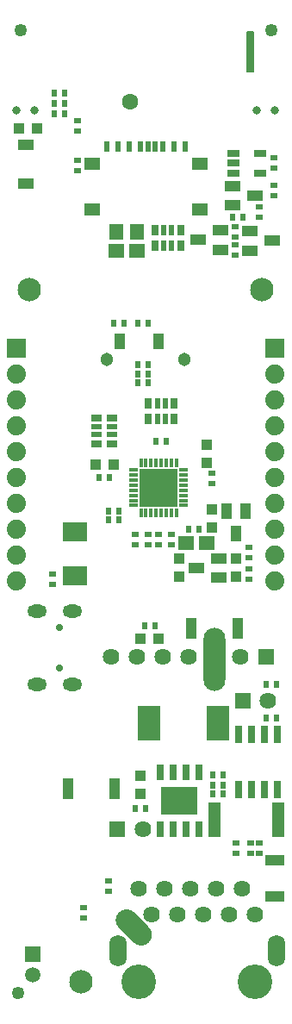
<source format=gbr>
G04 #@! TF.GenerationSoftware,KiCad,Pcbnew,5.1.6-c6e7f7d~87~ubuntu18.04.1*
G04 #@! TF.CreationDate,2022-10-10T13:55:49+03:00*
G04 #@! TF.ProjectId,ESP32-PoE-ISO_Rev_L,45535033-322d-4506-9f45-2d49534f5f52,L*
G04 #@! TF.SameCoordinates,Original*
G04 #@! TF.FileFunction,Soldermask,Bot*
G04 #@! TF.FilePolarity,Negative*
%FSLAX46Y46*%
G04 Gerber Fmt 4.6, Leading zero omitted, Abs format (unit mm)*
G04 Created by KiCad (PCBNEW 5.1.6-c6e7f7d~87~ubuntu18.04.1) date 2022-10-10 13:55:49*
%MOMM*%
%LPD*%
G01*
G04 APERTURE LIST*
%ADD10R,0.701600X1.701600*%
%ADD11R,1.501600X1.101600*%
%ADD12C,0.801600*%
%ADD13R,1.117600X1.117600*%
%ADD14R,1.117600X2.133600*%
%ADD15C,1.625600*%
%ADD16R,1.625600X1.625600*%
%ADD17R,2.301600X3.501600*%
%ADD18R,0.651600X0.601600*%
%ADD19R,0.601600X0.651600*%
%ADD20R,1.371600X1.625600*%
%ADD21C,1.254000*%
%ADD22C,1.879600*%
%ADD23R,1.879600X1.879600*%
%ADD24R,1.625600X1.371600*%
%ADD25R,1.879600X1.117600*%
%ADD26R,0.601600X1.101600*%
%ADD27R,1.601600X1.301600*%
%ADD28R,0.482600X1.117600*%
%ADD29R,0.736600X1.117600*%
%ADD30R,1.101600X1.501600*%
%ADD31R,3.701600X3.701600*%
%ADD32R,0.501600X0.501600*%
%ADD33R,1.524000X1.524000*%
%ADD34R,0.351600X0.901600*%
%ADD35R,0.901600X0.351600*%
%ADD36O,2.133600X6.197600*%
%ADD37C,1.301600*%
%ADD38R,1.117600X0.482600*%
%ADD39R,1.117600X0.736600*%
%ADD40C,0.701600*%
%ADD41O,1.901600X1.301600*%
%ADD42R,2.387600X1.879600*%
%ADD43C,3.401601*%
%ADD44O,1.701600X3.101599*%
%ADD45R,3.601600X2.701600*%
%ADD46R,0.701600X1.501600*%
%ADD47C,1.901600*%
%ADD48R,1.301600X3.501601*%
%ADD49C,1.601600*%
%ADD50R,1.301600X0.651600*%
%ADD51C,2.301600*%
%ADD52R,1.501600X1.501600*%
%ADD53C,1.501600*%
%ADD54C,0.203200*%
G04 APERTURE END LIST*
D10*
X117094000Y-166530000D03*
X115824000Y-166530000D03*
X114554000Y-166530000D03*
X113284000Y-166530000D03*
X113284000Y-161130000D03*
X114554000Y-161130000D03*
X115824000Y-161130000D03*
X117094000Y-161130000D03*
D11*
X92329000Y-103256000D03*
X92329000Y-107056000D03*
D12*
X115059000Y-99822000D03*
X116859000Y-99822000D03*
X91421000Y-99822000D03*
X93221000Y-99822000D03*
D13*
X91694000Y-101600000D03*
X93472000Y-101600000D03*
D14*
X101092000Y-166497000D03*
X96520000Y-166497000D03*
X113157000Y-150749000D03*
X108585000Y-150749000D03*
D15*
X113411000Y-153543000D03*
D16*
X115951000Y-153543000D03*
D15*
X108331000Y-153543000D03*
X105791000Y-153543000D03*
X100711000Y-153543000D03*
X103251000Y-153543000D03*
D17*
X104423000Y-160020000D03*
X111223000Y-160020000D03*
D15*
X103866000Y-170434000D03*
D16*
X101366000Y-170434000D03*
D18*
X94996000Y-145415000D03*
X94996000Y-146431000D03*
G36*
G01*
X102935679Y-181571462D02*
X101498838Y-180134622D01*
G75*
G02*
X101498838Y-178625938I754342J754342D01*
G01*
X101498838Y-178625938D01*
G75*
G02*
X103007522Y-178625938I754342J-754342D01*
G01*
X104444362Y-180062778D01*
G75*
G02*
X104444362Y-181571462I-754342J-754342D01*
G01*
X104444362Y-181571462D01*
G75*
G02*
X102935678Y-181571462I-754342J754342D01*
G01*
G37*
D19*
X95123000Y-99187000D03*
X96139000Y-99187000D03*
X95123000Y-98171000D03*
X96139000Y-98171000D03*
X96139000Y-100203000D03*
X95123000Y-100203000D03*
D13*
X105410000Y-151765000D03*
X103632000Y-151765000D03*
D18*
X114300000Y-142748000D03*
X114300000Y-143764000D03*
D13*
X113030000Y-143891000D03*
X113030000Y-145669000D03*
D20*
X103251000Y-111760000D03*
X101219000Y-111760000D03*
D21*
X91567000Y-186563000D03*
X116459000Y-92000000D03*
X91821000Y-92000000D03*
D19*
X106172000Y-132334000D03*
X105156000Y-132334000D03*
X99568000Y-135890000D03*
X100584000Y-135890000D03*
X101473000Y-139192000D03*
X100457000Y-139192000D03*
X109347000Y-140970000D03*
X108331000Y-140970000D03*
X113665000Y-110363000D03*
X112649000Y-110363000D03*
D18*
X97409000Y-105791000D03*
X97409000Y-104775000D03*
D19*
X104394000Y-126619000D03*
X103378000Y-126619000D03*
X104394000Y-124841000D03*
X103378000Y-124841000D03*
X104394000Y-120777000D03*
X103378000Y-120777000D03*
X104394000Y-125730000D03*
X103378000Y-125730000D03*
X100457000Y-140081000D03*
X101473000Y-140081000D03*
D18*
X110617000Y-136525000D03*
X110617000Y-135509000D03*
X105410000Y-141478000D03*
X105410000Y-142494000D03*
X106680000Y-142494000D03*
X106680000Y-141478000D03*
X103124000Y-142494000D03*
X103124000Y-141478000D03*
X104394000Y-142494000D03*
X104394000Y-141478000D03*
X114300000Y-145923000D03*
X114300000Y-144907000D03*
D19*
X105029000Y-150495000D03*
X104013000Y-150495000D03*
D18*
X115316000Y-109347000D03*
X115316000Y-110363000D03*
D11*
X111343440Y-143830040D03*
X111343440Y-145732500D03*
X109133640Y-144777460D03*
D22*
X116840000Y-146080000D03*
X116840000Y-143540000D03*
X116840000Y-138460000D03*
X116840000Y-141000000D03*
X116840000Y-135920000D03*
X116840000Y-133380000D03*
D23*
X116840000Y-123220000D03*
D22*
X116840000Y-125760000D03*
X116840000Y-128300000D03*
X116840000Y-130840000D03*
X91440000Y-130840000D03*
X91440000Y-128300000D03*
X91440000Y-125760000D03*
D23*
X91440000Y-123220000D03*
D22*
X91440000Y-133380000D03*
X91440000Y-135920000D03*
X91440000Y-141000000D03*
X91440000Y-138460000D03*
X91440000Y-143540000D03*
X91440000Y-146080000D03*
D11*
X114335560Y-113598960D03*
X114335560Y-111696500D03*
X116545360Y-112651540D03*
D24*
X101219000Y-113665000D03*
X103251000Y-113665000D03*
D25*
X116840000Y-177038000D03*
X116840000Y-173482000D03*
D26*
X100290000Y-103380000D03*
X101390000Y-103380000D03*
X102490000Y-103380000D03*
X103590000Y-103380000D03*
X104340000Y-103380000D03*
X105040000Y-103380000D03*
X105790000Y-103380000D03*
X106890000Y-103380000D03*
X107990000Y-103380000D03*
D27*
X109440000Y-105130000D03*
X98840000Y-105130000D03*
X109440000Y-109580000D03*
X98840000Y-109580000D03*
D13*
X110109000Y-134493000D03*
X110109000Y-132715000D03*
X99187000Y-134620000D03*
X100965000Y-134620000D03*
X107442000Y-143891000D03*
X107442000Y-145669000D03*
X110617000Y-140843000D03*
X110617000Y-139065000D03*
D28*
X106045000Y-128651000D03*
X105283000Y-128651000D03*
X106045000Y-130175000D03*
X105283000Y-130175000D03*
D29*
X106934000Y-128651000D03*
X106934000Y-130175000D03*
X104394000Y-128651000D03*
X104394000Y-130175000D03*
D11*
X111506000Y-111633000D03*
X111506000Y-113535460D03*
X109296200Y-112580420D03*
D24*
X110109000Y-142367000D03*
X108077000Y-142367000D03*
D18*
X116713000Y-108204000D03*
X116713000Y-107188000D03*
D30*
X105405000Y-122555000D03*
X101605000Y-122555000D03*
D19*
X100965000Y-120777000D03*
X101981000Y-120777000D03*
D31*
X105410000Y-136906000D03*
D32*
X106710000Y-137406000D03*
X106710000Y-136406000D03*
X105910000Y-135606000D03*
X104910000Y-135606000D03*
X104110000Y-136406000D03*
X104110000Y-137406000D03*
X104910000Y-138206000D03*
X105910000Y-138206000D03*
D33*
X105410000Y-136906000D03*
D34*
X103660000Y-139356000D03*
X104160000Y-139356000D03*
X104660000Y-139356000D03*
X105160000Y-139356000D03*
X105660000Y-139356000D03*
X106160000Y-139356000D03*
X106660000Y-139356000D03*
X107160000Y-139356000D03*
D35*
X107860000Y-138656000D03*
X107860000Y-138156000D03*
X107860000Y-137656000D03*
X107860000Y-137156000D03*
X107860000Y-136656000D03*
X107860000Y-136156000D03*
X107860000Y-135656000D03*
X107860000Y-135156000D03*
D34*
X107160000Y-134456000D03*
X106660000Y-134456000D03*
X106160000Y-134456000D03*
X105660000Y-134456000D03*
X105160000Y-134456000D03*
X104660000Y-134456000D03*
X104160000Y-134456000D03*
X103660000Y-134456000D03*
D35*
X102960000Y-135156000D03*
X102960000Y-135656000D03*
X102960000Y-136156000D03*
X102960000Y-136656000D03*
X102960000Y-137156000D03*
X102960000Y-137656000D03*
X102960000Y-138156000D03*
X102960000Y-138656000D03*
D18*
X112903000Y-114046000D03*
X112903000Y-113030000D03*
X112903000Y-112268000D03*
X112903000Y-111252000D03*
D11*
X114892000Y-108204000D03*
X112692000Y-107254000D03*
X112692000Y-109154000D03*
D30*
X113027460Y-141437360D03*
X113982500Y-139227560D03*
X112080040Y-139227560D03*
D29*
X105029000Y-113157000D03*
X105029000Y-111633000D03*
X107569000Y-113157000D03*
X107569000Y-111633000D03*
D28*
X105918000Y-113157000D03*
X106680000Y-113157000D03*
X105918000Y-111633000D03*
X106680000Y-111633000D03*
D36*
X110871000Y-153733500D03*
D37*
X107950000Y-124333000D03*
X100330000Y-124333000D03*
D38*
X99314000Y-130937000D03*
X99314000Y-131699000D03*
X100838000Y-130937000D03*
X100838000Y-131699000D03*
D39*
X99314000Y-130048000D03*
X100838000Y-130048000D03*
X99314000Y-132588000D03*
X100838000Y-132588000D03*
D40*
X95626000Y-150654000D03*
X95626000Y-154654000D03*
D41*
X93476000Y-149054000D03*
X96946000Y-149054000D03*
X96946000Y-156254000D03*
X93476000Y-156254000D03*
D42*
X97155000Y-145560000D03*
X97155000Y-141206000D03*
D43*
X114915000Y-185443000D03*
X103485000Y-185443000D03*
D44*
X117000000Y-182393000D03*
X101400000Y-182393000D03*
D15*
X114915000Y-178793000D03*
X113645000Y-176253000D03*
X112375000Y-178793000D03*
X111105000Y-176253000D03*
X109835000Y-178793000D03*
X108565000Y-176253000D03*
X107295000Y-178793000D03*
X106025000Y-176253000D03*
X104755000Y-178793000D03*
X103485000Y-176253000D03*
D18*
X100457000Y-175514000D03*
X100457000Y-176530000D03*
X98044000Y-179197000D03*
X98044000Y-178181000D03*
D19*
X111760000Y-167005000D03*
X110744000Y-167005000D03*
D15*
X116185000Y-157861000D03*
D16*
X113685000Y-157861000D03*
D18*
X113030000Y-171831000D03*
X113030000Y-172847000D03*
X115316000Y-172847000D03*
X115316000Y-171831000D03*
X114427000Y-172847000D03*
X114427000Y-171831000D03*
D19*
X103124000Y-168402000D03*
X104140000Y-168402000D03*
X110744000Y-165100000D03*
X111760000Y-165100000D03*
X111760000Y-166116000D03*
X110744000Y-166116000D03*
D45*
X107442000Y-167646000D03*
D46*
X105537000Y-170446000D03*
X106807000Y-170446000D03*
X108077000Y-170446000D03*
X109347000Y-170446000D03*
X109347000Y-164846000D03*
X108077000Y-164846000D03*
X106807000Y-164846000D03*
X105537000Y-164846000D03*
D47*
X107442000Y-167646000D03*
D13*
X103632000Y-165227000D03*
X103632000Y-167005000D03*
D48*
X117196000Y-169545000D03*
X110896000Y-169545000D03*
D49*
X102640000Y-98981000D03*
D18*
X116713000Y-104521000D03*
X116713000Y-105537000D03*
D50*
X115351000Y-104079001D03*
X115351000Y-105979001D03*
X112751000Y-104079001D03*
X112751000Y-105029001D03*
X112751000Y-105979001D03*
D18*
X97409000Y-100838000D03*
X97409000Y-101854000D03*
D51*
X97790000Y-185420000D03*
X92710000Y-117475000D03*
X115570000Y-117475000D03*
D52*
X93070680Y-182740300D03*
D53*
X93073220Y-184769760D03*
D19*
X116967000Y-159512000D03*
X115951000Y-159512000D03*
X115951000Y-156210000D03*
X116967000Y-156210000D03*
D54*
G36*
X114706400Y-96037400D02*
G01*
X114147600Y-96037400D01*
X114147600Y-92176600D01*
X114706400Y-92176600D01*
X114706400Y-96037400D01*
G37*
X114706400Y-96037400D02*
X114147600Y-96037400D01*
X114147600Y-92176600D01*
X114706400Y-92176600D01*
X114706400Y-96037400D01*
M02*

</source>
